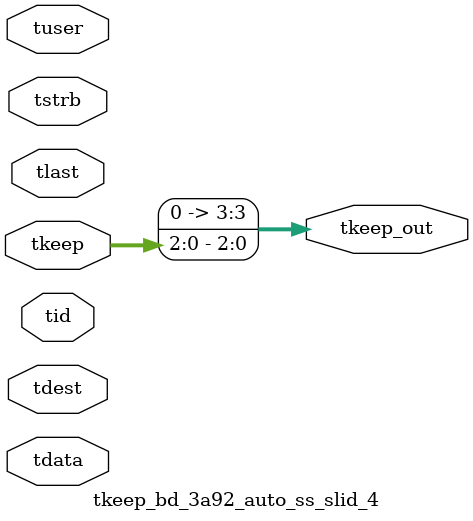
<source format=v>


`timescale 1ps/1ps

module tkeep_bd_3a92_auto_ss_slid_4 #
(
parameter C_S_AXIS_TDATA_WIDTH = 32,
parameter C_S_AXIS_TUSER_WIDTH = 0,
parameter C_S_AXIS_TID_WIDTH   = 0,
parameter C_S_AXIS_TDEST_WIDTH = 0,
parameter C_M_AXIS_TDATA_WIDTH = 32
)
(
input  [(C_S_AXIS_TDATA_WIDTH == 0 ? 1 : C_S_AXIS_TDATA_WIDTH)-1:0     ] tdata,
input  [(C_S_AXIS_TUSER_WIDTH == 0 ? 1 : C_S_AXIS_TUSER_WIDTH)-1:0     ] tuser,
input  [(C_S_AXIS_TID_WIDTH   == 0 ? 1 : C_S_AXIS_TID_WIDTH)-1:0       ] tid,
input  [(C_S_AXIS_TDEST_WIDTH == 0 ? 1 : C_S_AXIS_TDEST_WIDTH)-1:0     ] tdest,
input  [(C_S_AXIS_TDATA_WIDTH/8)-1:0 ] tkeep,
input  [(C_S_AXIS_TDATA_WIDTH/8)-1:0 ] tstrb,
input                                                                    tlast,
output [(C_M_AXIS_TDATA_WIDTH/8)-1:0 ] tkeep_out
);

assign tkeep_out = {tkeep[2:0]};

endmodule


</source>
